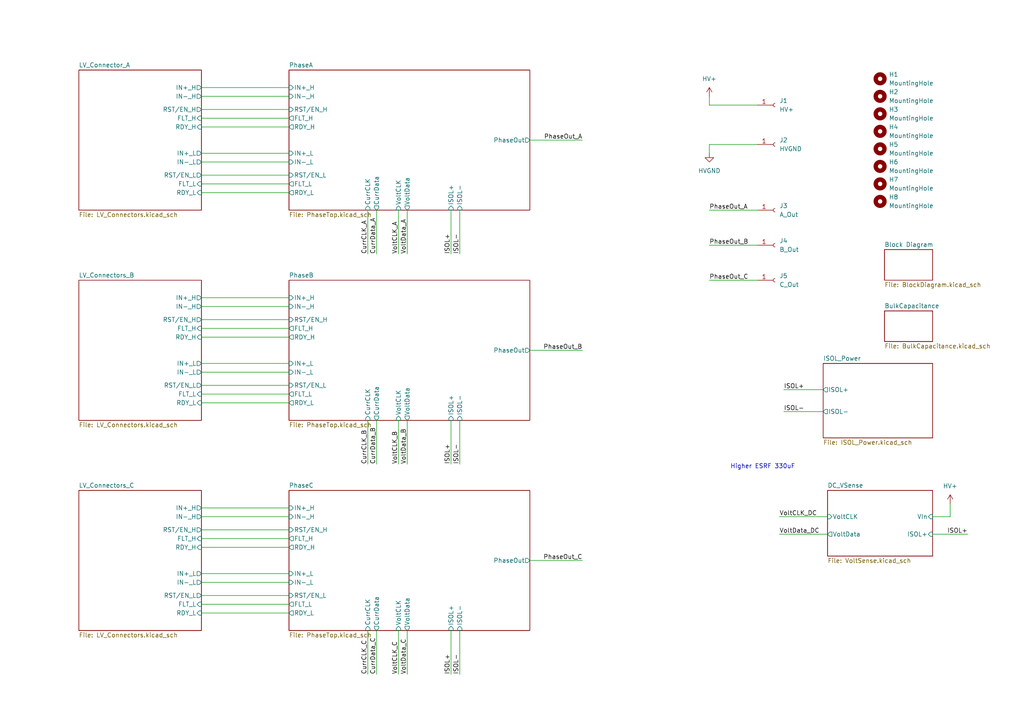
<source format=kicad_sch>
(kicad_sch (version 20250114) (generator "eeschema") (generator_version "9.0")
  (paper "A4")
  (lib_symbols
    (symbol "Connector:Conn_01x01_Socket" (pin_names (offset 1.016) (hide yes))
      (property "Reference" "J" (at 0 2.54 0))
      (property "Value" "Conn_01x01_Socket" (at 0 -2.54 0))
      (symbol "Conn_01x01_Socket_1_1"
        (polyline (pts (xy -1.27 0) (xy -0.508 0)) (stroke (width 0.1524)))
        (arc (start 0 -0.508) (mid -0.5058 0) (end 0 0.508) (stroke (width 0.1524)))
        (pin passive line (at -5.08 0 0) (length 3.81) (name "Pin_1") (number "1"))
      )
    )
    (symbol "Mechanical:MountingHole" (pin_names (offset 1.016)) (in_bom no)
      (property "Reference" "H" (at 0 5.08 0))
      (property "Value" "MountingHole" (at 0 3.175 0))
      (symbol "MountingHole_0_1"
        (circle (center 0 0) (radius 1.27) (stroke (width 1.27)))
      )
    )
    (symbol "power:+24V" (power) (pin_numbers (hide yes)) (pin_names (offset 0) (hide yes))
      (property "Value" "+24V" (at 0 3.556 0))
      (symbol "+24V_0_1"
        (polyline (pts (xy -0.762 1.27) (xy 0 2.54)))
        (polyline (pts (xy 0 2.54) (xy 0.762 1.27)))
        (polyline (pts (xy 0 0) (xy 0 2.54)))
      )
      (symbol "+24V_1_1"
        (pin power_in line (at 0 0 90) (length 0) (name "~") (number "1"))
      )
    )
    (symbol "power:GND" (power) (pin_numbers (hide yes)) (pin_names (offset 0) (hide yes))
      (property "Value" "GND" (at 0 -3.81 0))
      (symbol "GND_0_1"
        (polyline (pts (xy 0 0) (xy 0 -1.27) (xy 1.27 -1.27) (xy 0 -2.54) (xy -1.27 -1.27) (xy 0 -1.27)))
      )
      (symbol "GND_1_1"
        (pin power_in line (at 0 0 270) (length 0) (name "~") (number "1"))
      )
    )
  )
  (text "Higher ESRF 330uF" (at 221.234 135.382 0) (effects (font (size 1.27 1.27))))
  (wire (pts (xy 275.59 146.05) (xy 275.59 149.86)))
  (wire (pts (xy -105.41 27.94) (xy -91.44 27.94)))
  (wire (pts (xy 109.22 60.96) (xy 109.22 73.66)))
  (wire (pts (xy -66.04 48.26) (xy -66.04 60.96)))
  (wire (pts (xy 205.74 60.96) (xy 219.71 60.96)))
  (wire (pts (xy 58.42 88.9) (xy 83.82 88.9)))
  (wire (pts (xy 58.42 86.36) (xy 83.82 86.36)))
  (wire (pts (xy 205.74 71.12) (xy 219.71 71.12)))
  (wire (pts (xy -85.09 48.26) (xy -85.09 60.96)))
  (wire (pts (xy 118.11 182.88) (xy 118.11 195.58)))
  (wire (pts (xy -54.61 48.26) (xy -54.61 60.96)))
  (wire (pts (xy 58.42 50.8) (xy 83.82 50.8)))
  (wire (pts (xy 58.42 156.21) (xy 83.82 156.21)))
  (wire (pts (xy 280.67 154.94) (xy 270.51 154.94)))
  (wire (pts (xy -52.07 48.26) (xy -52.07 60.96)))
  (wire (pts (xy 58.42 116.84) (xy 83.82 116.84)))
  (wire (pts (xy 106.68 60.96) (xy 106.68 73.66)))
  (wire (pts (xy 130.81 60.96) (xy 130.81 73.66)))
  (wire (pts (xy 106.68 121.92) (xy 106.68 134.62)))
  (wire (pts (xy 115.57 121.92) (xy 115.57 134.62)))
  (wire (pts (xy 153.67 162.56) (xy 168.91 162.56)))
  (wire (pts (xy 58.42 114.3) (xy 83.82 114.3)))
  (wire (pts (xy 227.33 113.03) (xy 238.76 113.03)))
  (wire (pts (xy 58.42 95.25) (xy 83.82 95.25)))
  (wire (pts (xy 118.11 60.96) (xy 118.11 73.66)))
  (wire (pts (xy 205.74 81.28) (xy 219.71 81.28)))
  (wire (pts (xy 58.42 107.95) (xy 83.82 107.95)))
  (wire (pts (xy 58.42 31.75) (xy 83.82 31.75)))
  (wire (pts (xy 115.57 182.88) (xy 115.57 195.58)))
  (wire (pts (xy 133.35 60.96) (xy 133.35 73.66)))
  (wire (pts (xy 226.06 154.94) (xy 240.03 154.94)))
  (wire (pts (xy -68.58 48.26) (xy -68.58 60.96)))
  (wire (pts (xy 226.06 149.86) (xy 240.03 149.86)))
  (wire (pts (xy 58.42 53.34) (xy 83.82 53.34)))
  (wire (pts (xy 270.51 149.86) (xy 275.59 149.86)))
  (wire (pts (xy 58.42 168.91) (xy 83.82 168.91)))
  (wire (pts (xy 153.67 101.6) (xy 168.91 101.6)))
  (wire (pts (xy 106.68 182.88) (xy 106.68 195.58)))
  (wire (pts (xy 58.42 105.41) (xy 83.82 105.41)))
  (wire (pts (xy 109.22 121.92) (xy 109.22 134.62)))
  (wire (pts (xy 205.74 41.91) (xy 219.71 41.91)))
  (wire (pts (xy 58.42 149.86) (xy 83.82 149.86)))
  (wire (pts (xy 153.67 40.64) (xy 168.91 40.64)))
  (wire (pts (xy 118.11 121.92) (xy 118.11 134.62)))
  (wire (pts (xy 58.42 36.83) (xy 83.82 36.83)))
  (wire (pts (xy 58.42 27.94) (xy 83.82 27.94)))
  (wire (pts (xy 58.42 55.88) (xy 83.82 55.88)))
  (wire (pts (xy -82.55 48.26) (xy -82.55 60.96)))
  (wire (pts (xy -59.69 48.26) (xy -59.69 60.96)))
  (wire (pts (xy 58.42 147.32) (xy 83.82 147.32)))
  (wire (pts (xy -73.66 48.26) (xy -73.66 60.96)))
  (wire (pts (xy 58.42 97.79) (xy 83.82 97.79)))
  (wire (pts (xy -87.63 48.26) (xy -87.63 60.96)))
  (wire (pts (xy 205.74 41.91) (xy 205.74 44.45)))
  (wire (pts (xy 133.35 182.88) (xy 133.35 195.58)))
  (wire (pts (xy 115.57 60.96) (xy 115.57 73.66)))
  (wire (pts (xy 58.42 46.99) (xy 83.82 46.99)))
  (wire (pts (xy 58.42 172.72) (xy 83.82 172.72)))
  (wire (pts (xy 58.42 177.8) (xy 83.82 177.8)))
  (wire (pts (xy 58.42 158.75) (xy 83.82 158.75)))
  (wire (pts (xy 58.42 92.71) (xy 83.82 92.71)))
  (wire (pts (xy 58.42 153.67) (xy 83.82 153.67)))
  (wire (pts (xy 58.42 111.76) (xy 83.82 111.76)))
  (wire (pts (xy -71.12 48.26) (xy -71.12 60.96)))
  (wire (pts (xy 133.35 121.92) (xy 133.35 134.62)))
  (wire (pts (xy -57.15 48.26) (xy -57.15 60.96)))
  (wire (pts (xy 227.33 119.38) (xy 238.76 119.38)))
  (wire (pts (xy 205.74 30.48) (xy 219.71 30.48)))
  (wire (pts (xy 58.42 175.26) (xy 83.82 175.26)))
  (wire (pts (xy 130.81 182.88) (xy 130.81 195.58)))
  (wire (pts (xy -105.41 30.48) (xy -91.44 30.48)))
  (wire (pts (xy 130.81 121.92) (xy 130.81 134.62)))
  (wire (pts (xy 109.22 182.88) (xy 109.22 195.58)))
  (wire (pts (xy 58.42 166.37) (xy 83.82 166.37)))
  (wire (pts (xy 58.42 25.4) (xy 83.82 25.4)))
  (wire (pts (xy 58.42 44.45) (xy 83.82 44.45)))
  (wire (pts (xy 58.42 34.29) (xy 83.82 34.29)))
  (wire (pts (xy 205.74 27.94) (xy 205.74 30.48)))
  (wire (pts (xy -80.01 48.26) (xy -80.01 60.96)))
  (label "CurrCLK_B" (at -73.66 60.96 90))
  (label "VoltCLK_C" (at 115.57 195.58 90))
  (label "VoltCLK_A" (at -82.55 60.96 90))
  (label "CurrCLK_A" (at -87.63 60.96 90))
  (label "ISOL+" (at 227.33 113.03 0))
  (label "ISOL+" (at 130.81 134.62 90))
  (label "CurrData_B" (at 109.22 134.62 90))
  (label "ISOL+" (at 130.81 73.66 90))
  (label "CurrData_C" (at -57.15 60.96 90))
  (label "CurrCLK_C" (at -59.69 60.96 90))
  (label "VoltCLK_B" (at 115.57 134.62 90))
  (label "PhaseOut_B" (at 205.74 71.12 0))
  (label "ISOL-" (at 133.35 73.66 90))
  (label "PhaseOut_A" (at 168.91 40.64 180))
  (label "ISOL-" (at 133.35 134.62 90))
  (label "VoltData_A" (at 118.11 73.66 90))
  (label "ISOL-" (at 227.33 119.38 0))
  (label "PhaseOut_C" (at 168.91 162.56 180))
  (label "PhaseOut_C" (at 205.74 81.28 0))
  (label "CurrCLK_B" (at 106.68 134.62 90))
  (label "VoltCLK_DC" (at 226.06 149.86 0))
  (label "CurrCLK_A" (at 106.68 73.66 90))
  (label "CurrData_C" (at 109.22 195.58 90))
  (label "VoltData_C" (at -52.07 60.96 90))
  (label "ISOL+" (at 280.67 154.94 180))
  (label "VoltData_DC" (at 226.06 154.94 0))
  (label "VoltCLK_A" (at 115.57 73.66 90))
  (label "VoltCLK_DC" (at -105.41 27.94 0))
  (label "VoltCLK_B" (at -68.58 60.96 90))
  (label "VoltData_A" (at -80.01 60.96 90))
  (label "VoltData_B" (at -66.04 60.96 90))
  (label "CurrData_A" (at -85.09 60.96 90))
  (label "PhaseOut_B" (at 168.91 101.6 180))
  (label "CurrCLK_C" (at 106.68 195.58 90))
  (label "ISOL+" (at 130.81 195.58 90))
  (label "VoltData_B" (at 118.11 134.62 90))
  (label "VoltData_DC" (at -105.41 30.48 0))
  (label "PhaseOut_A" (at 205.74 60.96 0))
  (label "CurrData_B" (at -71.12 60.96 90))
  (label "VoltCLK_C" (at -54.61 60.96 90))
  (label "VoltData_C" (at 118.11 195.58 90))
  (label "CurrData_A" (at 109.22 73.66 90))
  (label "ISOL-" (at 133.35 195.58 90))
  (symbol (lib_id "Mechanical:MountingHole") (at 255.27 27.94 0) (unit 1) (in_bom no)
    (property "Reference" "H2" (at 257.81 26.6699 0) (effects (justify left)))
    (property "Value" "MountingHole" (at 257.81 29.2099 0) (effects (justify left)))
    (property "Footprint" "MountingHole:MountingHole_3mm" (effects (hide yes)))
    (property "Description" "Mounting Hole without connection" (effects (hide yes)))
  )
  (symbol (lib_id "power:+24V") (at 275.59 146.05 0) (unit 1)
    (property "Reference" "#PWR03" (effects (hide yes)))
    (property "Value" "HV+" (at 275.59 140.97 0))
    (property "Description" "Power symbol creates a global label with name \"+24V\"" (effects (hide yes)))
  )
  (symbol (lib_id "power:GND") (at 205.74 44.45 0) (unit 1)
    (property "Reference" "#PWR02" (effects (hide yes)))
    (property "Value" "HVGND" (at 205.74 49.53 0))
    (property "Description" "Power symbol creates a global label with name \"GND\" , ground" (effects (hide yes)))
  )
  (symbol (lib_id "Mechanical:MountingHole") (at 255.27 48.26 0) (unit 1) (in_bom no)
    (property "Reference" "H6" (at 257.81 46.9899 0) (effects (justify left)))
    (property "Value" "MountingHole" (at 257.81 49.5299 0) (effects (justify left)))
    (property "Footprint" "MountingHole:MountingHole_3mm" (effects (hide yes)))
    (property "Description" "Mounting Hole without connection" (effects (hide yes)))
  )
  (symbol (lib_id "Mechanical:MountingHole") (at 255.27 22.86 0) (unit 1) (in_bom no)
    (property "Reference" "H1" (at 257.81 21.5899 0) (effects (justify left)))
    (property "Value" "MountingHole" (at 257.81 24.1299 0) (effects (justify left)))
    (property "Footprint" "MountingHole:MountingHole_3mm" (effects (hide yes)))
    (property "Description" "Mounting Hole without connection" (effects (hide yes)))
  )
  (symbol (lib_id "Connector:Conn_01x01_Socket") (at 224.79 41.91 0) (unit 1)
    (property "Reference" "J2" (at 226.06 40.6399 0) (effects (justify left)))
    (property "Value" "HVGND" (at 226.06 43.1799 0) (effects (justify left)))
    (property "Footprint" "MountingHole:MountingHole_6.5mm_Pad_Via" (effects (hide yes)))
    (property "Description" "Generic connector, single row, 01x01, script generated" (effects (hide yes)))
  )
  (symbol (lib_id "Mechanical:MountingHole") (at 255.27 58.42 0) (unit 1) (in_bom no)
    (property "Reference" "H8" (at 257.81 57.1499 0) (effects (justify left)))
    (property "Value" "MountingHole" (at 257.81 59.6899 0) (effects (justify left)))
    (property "Footprint" "MountingHole:MountingHole_3mm" (effects (hide yes)))
    (property "Description" "Mounting Hole without connection" (effects (hide yes)))
  )
  (symbol (lib_id "Connector:Conn_01x01_Socket") (at 224.79 81.28 0) (unit 1)
    (property "Reference" "J5" (at 226.06 80.0099 0) (effects (justify left)))
    (property "Value" "C_Out" (at 226.06 82.5499 0) (effects (justify left)))
    (property "Footprint" "MountingHole:MountingHole_6.5mm_Pad_Via" (effects (hide yes)))
    (property "Description" "Generic connector, single row, 01x01, script generated" (effects (hide yes)))
  )
  (symbol (lib_id "power:+24V") (at 205.74 27.94 0) (unit 1)
    (property "Reference" "#PWR01" (effects (hide yes)))
    (property "Value" "HV+" (at 205.74 22.86 0))
    (property "Description" "Power symbol creates a global label with name \"+24V\"" (effects (hide yes)))
  )
  (symbol (lib_id "Mechanical:MountingHole") (at 255.27 38.1 0) (unit 1) (in_bom no)
    (property "Reference" "H4" (at 257.81 36.8299 0) (effects (justify left)))
    (property "Value" "MountingHole" (at 257.81 39.3699 0) (effects (justify left)))
    (property "Footprint" "MountingHole:MountingHole_3mm" (effects (hide yes)))
    (property "Description" "Mounting Hole without connection" (effects (hide yes)))
  )
  (symbol (lib_id "Mechanical:MountingHole") (at 255.27 53.34 0) (unit 1) (in_bom no)
    (property "Reference" "H7" (at 257.81 52.0699 0) (effects (justify left)))
    (property "Value" "MountingHole" (at 257.81 54.6099 0) (effects (justify left)))
    (property "Footprint" "MountingHole:MountingHole_3mm" (effects (hide yes)))
    (property "Description" "Mounting Hole without connection" (effects (hide yes)))
  )
  (symbol (lib_id "Connector:Conn_01x01_Socket") (at 224.79 60.96 0) (unit 1)
    (property "Reference" "J3" (at 226.06 59.6899 0) (effects (justify left)))
    (property "Value" "A_Out" (at 226.06 62.2299 0) (effects (justify left)))
    (property "Footprint" "MountingHole:MountingHole_6.5mm_Pad_Via" (effects (hide yes)))
    (property "Description" "Generic connector, single row, 01x01, script generated" (effects (hide yes)))
  )
  (symbol (lib_id "Mechanical:MountingHole") (at 255.27 33.02 0) (unit 1) (in_bom no)
    (property "Reference" "H3" (at 257.81 31.7499 0) (effects (justify left)))
    (property "Value" "MountingHole" (at 257.81 34.2899 0) (effects (justify left)))
    (property "Footprint" "MountingHole:MountingHole_3mm" (effects (hide yes)))
    (property "Description" "Mounting Hole without connection" (effects (hide yes)))
  )
  (symbol (lib_id "Connector:Conn_01x01_Socket") (at 224.79 30.48 0) (unit 1)
    (property "Reference" "J1" (at 226.06 29.2099 0) (effects (justify left)))
    (property "Value" "HV+" (at 226.06 31.7499 0) (effects (justify left)))
    (property "Footprint" "MountingHole:MountingHole_6.5mm_Pad_Via" (effects (hide yes)))
    (property "Description" "Generic connector, single row, 01x01, script generated" (effects (hide yes)))
  )
  (symbol (lib_id "Connector:Conn_01x01_Socket") (at 224.79 71.12 0) (unit 1)
    (property "Reference" "J4" (at 226.06 69.8499 0) (effects (justify left)))
    (property "Value" "B_Out" (at 226.06 72.3899 0) (effects (justify left)))
    (property "Footprint" "MountingHole:MountingHole_6.5mm_Pad_Via" (effects (hide yes)))
    (property "Description" "Generic connector, single row, 01x01, script generated" (effects (hide yes)))
  )
  (symbol (lib_id "Mechanical:MountingHole") (at 255.27 43.18 0) (unit 1) (in_bom no)
    (property "Reference" "H5" (at 257.81 41.9099 0) (effects (justify left)))
    (property "Value" "MountingHole" (at 257.81 44.4499 0) (effects (justify left)))
    (property "Footprint" "MountingHole:MountingHole_3mm" (effects (hide yes)))
    (property "Description" "Mounting Hole without connection" (effects (hide yes)))
  )
  (sheet (at 22.86 81.28) (size 35.56 40.64) (stroke (width 0.1524))
    (property "Sheetname" "LV_Connectors_B" (at 22.86 80.5684 0) (effects (justify left bottom)))
    (property "Sheetfile" "LV_Connectors.kicad_sch" (at 22.86 122.5046 0) (effects (justify left top)))
    (pin "FLT_H" input (at 58.42 95.25 0))
    (pin "FLT_L" input (at 58.42 114.3 0))
    (pin "IN+_H" output (at 58.42 86.36 0))
    (pin "IN+_L" output (at 58.42 105.41 0))
    (pin "IN-_H" output (at 58.42 88.9 0))
    (pin "IN-_L" output (at 58.42 107.95 0))
    (pin "RDY_H" input (at 58.42 97.79 0))
    (pin "RDY_L" input (at 58.42 116.84 0))
    (pin "RST{slash}EN_H" output (at 58.42 92.71 0))
    (pin "RST{slash}EN_L" output (at 58.42 111.76 0))
  )
  (sheet (at -91.44 21.59) (size 43.18 26.67) (stroke (width 0.1524))
    (property "Sheetname" "SenseConnectors" (at -91.44 20.8784 0) (effects (justify left bottom)))
    (property "Sheetfile" "SenseConnectors.kicad_sch" (at -91.44 48.8446 0) (effects (justify left top)))
    (pin "CurrCLK_A" output (at -87.63 48.26 270))
    (pin "CurrCLK_B" output (at -73.66 48.26 270))
    (pin "CurrCLK_C" output (at -59.69 48.26 270))
    (pin "CurrData_A" input (at -85.09 48.26 270))
    (pin "CurrData_B" input (at -71.12 48.26 270))
    (pin "CurrData_C" input (at -57.15 48.26 270))
    (pin "VoltCLK_A" output (at -82.55 48.26 270))
    (pin "VoltCLK_B" output (at -68.58 48.26 270))
    (pin "VoltCLK_C" output (at -54.61 48.26 270))
    (pin "VoltCLK_DC" output (at -91.44 27.94 180))
    (pin "VoltData_A" input (at -80.01 48.26 270))
    (pin "VoltData_B" input (at -66.04 48.26 270))
    (pin "VoltData_C" input (at -52.07 48.26 270))
    (pin "VoltData_DC" input (at -91.44 30.48 180))
  )
  (sheet (at 83.82 20.32) (size 69.85 40.64) (stroke (width 0.1524))
    (property "Sheetname" "PhaseA" (at 83.82 19.6084 0) (effects (justify left bottom)))
    (property "Sheetfile" "PhaseTop.kicad_sch" (at 83.82 61.5446 0) (effects (justify left top)))
    (pin "CurrCLK" input (at 106.68 60.96 270))
    (pin "CurrData" output (at 109.22 60.96 270))
    (pin "FLT_H" output (at 83.82 34.29 180))
    (pin "FLT_L" output (at 83.82 53.34 180))
    (pin "IN+_H" input (at 83.82 25.4 180))
    (pin "IN+_L" input (at 83.82 44.45 180))
    (pin "IN-_H" input (at 83.82 27.94 180))
    (pin "IN-_L" input (at 83.82 46.99 180))
    (pin "ISOL+" input (at 130.81 60.96 270))
    (pin "ISOL-" input (at 133.35 60.96 270))
    (pin "RDY_H" output (at 83.82 36.83 180))
    (pin "RDY_L" output (at 83.82 55.88 180))
    (pin "RST{slash}EN_H" input (at 83.82 31.75 180))
    (pin "RST{slash}EN_L" input (at 83.82 50.8 180))
    (pin "VoltCLK" input (at 115.57 60.96 270))
    (pin "VoltData" output (at 118.11 60.96 270))
    (pin "PhaseOut" output (at 153.67 40.64 0))
  )
  (sheet (at 256.54 72.39) (size 13.97 8.89) (stroke (width 0.1524))
    (property "Sheetname" "Block Diagram" (at 256.54 71.6784 0) (effects (justify left bottom)))
    (property "Sheetfile" "BlockDiagram.kicad_sch" (at 256.54 81.8646 0) (effects (justify left top)))
  )
  (sheet (at 22.86 20.32) (size 35.56 40.64) (stroke (width 0.1524))
    (property "Sheetname" "LV_Connector_A" (at 22.86 19.6084 0) (effects (justify left bottom)))
    (property "Sheetfile" "LV_Connectors.kicad_sch" (at 22.86 61.5446 0) (effects (justify left top)))
    (pin "FLT_H" input (at 58.42 34.29 0))
    (pin "FLT_L" input (at 58.42 53.34 0))
    (pin "IN+_H" output (at 58.42 25.4 0))
    (pin "IN+_L" output (at 58.42 44.45 0))
    (pin "IN-_H" output (at 58.42 27.94 0))
    (pin "IN-_L" output (at 58.42 46.99 0))
    (pin "RDY_H" input (at 58.42 36.83 0))
    (pin "RDY_L" input (at 58.42 55.88 0))
    (pin "RST{slash}EN_H" output (at 58.42 31.75 0))
    (pin "RST{slash}EN_L" output (at 58.42 50.8 0))
  )
  (sheet (at 238.76 105.41) (size 31.75 21.59) (stroke (width 0.1524))
    (property "Sheetname" "ISOL_Power" (at 238.76 104.6984 0) (effects (justify left bottom)))
    (property "Sheetfile" "ISOL_Power.kicad_sch" (at 238.76 127.5846 0) (effects (justify left top)))
    (pin "ISOL+" output (at 238.76 113.03 180))
    (pin "ISOL-" output (at 238.76 119.38 180))
  )
  (sheet (at 256.54 90.17) (size 13.97 8.89) (stroke (width 0.1524))
    (property "Sheetname" "BulkCapacitance" (at 256.54 89.4584 0) (effects (justify left bottom)))
    (property "Sheetfile" "BulkCapacitance.kicad_sch" (at 256.54 99.6446 0) (effects (justify left top)))
  )
  (sheet (at 240.03 142.24) (size 30.48 19.05) (stroke (width 0.1524))
    (property "Sheetname" "DC_VSense" (at 240.03 141.5284 0) (effects (justify left bottom)))
    (property "Sheetfile" "VoltSense.kicad_sch" (at 240.03 161.8746 0) (effects (justify left top)))
    (pin "VoltCLK" input (at 240.03 149.86 180))
    (pin "VoltData" output (at 240.03 154.94 180))
    (pin "ISOL+" input (at 270.51 154.94 0))
    (pin "VIn" input (at 270.51 149.86 0))
  )
  (sheet (at 22.86 142.24) (size 35.56 40.64) (stroke (width 0.1524))
    (property "Sheetname" "LV_Connectors_C" (at 22.86 141.5284 0) (effects (justify left bottom)))
    (property "Sheetfile" "LV_Connectors.kicad_sch" (at 22.86 183.4646 0) (effects (justify left top)))
    (pin "FLT_H" input (at 58.42 156.21 0))
    (pin "FLT_L" input (at 58.42 175.26 0))
    (pin "IN+_H" output (at 58.42 147.32 0))
    (pin "IN+_L" output (at 58.42 166.37 0))
    (pin "IN-_H" output (at 58.42 149.86 0))
    (pin "IN-_L" output (at 58.42 168.91 0))
    (pin "RDY_H" input (at 58.42 158.75 0))
    (pin "RDY_L" input (at 58.42 177.8 0))
    (pin "RST{slash}EN_H" output (at 58.42 153.67 0))
    (pin "RST{slash}EN_L" output (at 58.42 172.72 0))
  )
  (sheet (at 83.82 142.24) (size 69.85 40.64) (stroke (width 0.1524))
    (property "Sheetname" "PhaseC" (at 83.82 141.5284 0) (effects (justify left bottom)))
    (property "Sheetfile" "PhaseTop.kicad_sch" (at 83.82 183.4646 0) (effects (justify left top)))
    (pin "CurrCLK" input (at 106.68 182.88 270))
    (pin "CurrData" output (at 109.22 182.88 270))
    (pin "FLT_H" output (at 83.82 156.21 180))
    (pin "FLT_L" output (at 83.82 175.26 180))
    (pin "IN+_H" input (at 83.82 147.32 180))
    (pin "IN+_L" input (at 83.82 166.37 180))
    (pin "IN-_H" input (at 83.82 149.86 180))
    (pin "IN-_L" input (at 83.82 168.91 180))
    (pin "ISOL+" input (at 130.81 182.88 270))
    (pin "ISOL-" input (at 133.35 182.88 270))
    (pin "RDY_H" output (at 83.82 158.75 180))
    (pin "RDY_L" output (at 83.82 177.8 180))
    (pin "RST{slash}EN_H" input (at 83.82 153.67 180))
    (pin "RST{slash}EN_L" input (at 83.82 172.72 180))
    (pin "VoltCLK" input (at 115.57 182.88 270))
    (pin "VoltData" output (at 118.11 182.88 270))
    (pin "PhaseOut" output (at 153.67 162.56 0))
  )
  (sheet (at 83.82 81.28) (size 69.85 40.64) (stroke (width 0.1524))
    (property "Sheetname" "PhaseB" (at 83.82 80.5684 0) (effects (justify left bottom)))
    (property "Sheetfile" "PhaseTop.kicad_sch" (at 83.82 122.5046 0) (effects (justify left top)))
    (pin "CurrCLK" input (at 106.68 121.92 270))
    (pin "CurrData" output (at 109.22 121.92 270))
    (pin "FLT_H" output (at 83.82 95.25 180))
    (pin "FLT_L" output (at 83.82 114.3 180))
    (pin "IN+_H" input (at 83.82 86.36 180))
    (pin "IN+_L" input (at 83.82 105.41 180))
    (pin "IN-_H" input (at 83.82 88.9 180))
    (pin "IN-_L" input (at 83.82 107.95 180))
    (pin "ISOL+" input (at 130.81 121.92 270))
    (pin "ISOL-" input (at 133.35 121.92 270))
    (pin "RDY_H" output (at 83.82 97.79 180))
    (pin "RDY_L" output (at 83.82 116.84 180))
    (pin "RST{slash}EN_H" input (at 83.82 92.71 180))
    (pin "RST{slash}EN_L" input (at 83.82 111.76 180))
    (pin "VoltCLK" input (at 115.57 121.92 270))
    (pin "VoltData" output (at 118.11 121.92 270))
    (pin "PhaseOut" output (at 153.67 101.6 0))
  )
)
</source>
